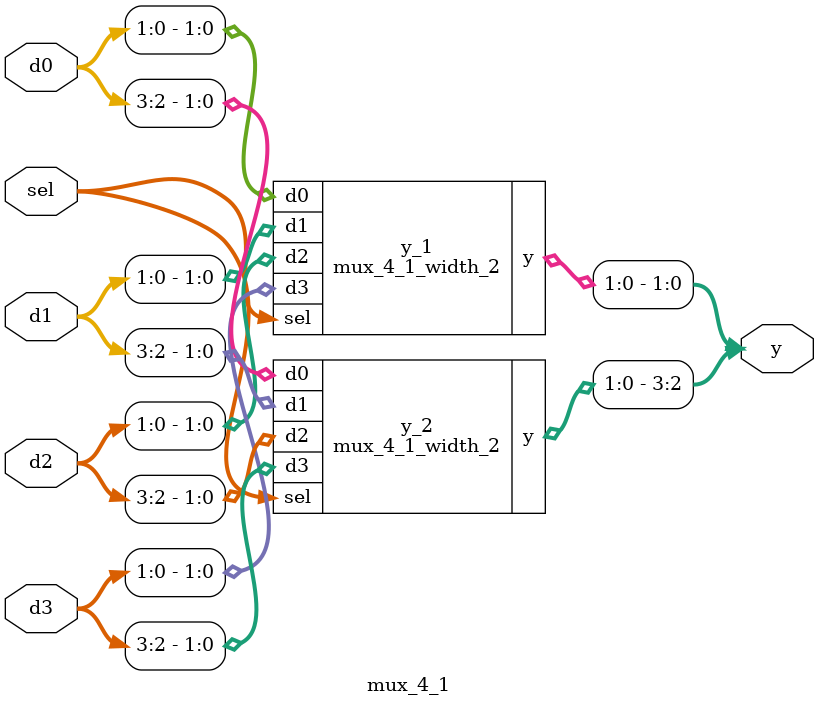
<source format=sv>

module mux_4_1_width_2
(
  input  [1:0] d0, d1, d2, d3,
  input  [1:0] sel,
  output [1:0] y
);

  assign y = sel [1] ? (sel [0] ? d3 : d2)
                     : (sel [0] ? d1 : d0);

endmodule

//----------------------------------------------------------------------------
// Task
//----------------------------------------------------------------------------

module mux_4_1
(
  input  [3:0] d0, d1, d2, d3,
  input  [1:0] sel,
  output [3:0] y
);

  // Task:
  // Implement mux_4_1 with 4-bit data
  // using two instances of mux_4_1_width_2 with 2-bit data

  mux_4_1_width_2 y_1
  (
    .sel(sel),
    .d0(d0[1:0]), .d1(d1[1:0]), .d2(d2[1:0]), .d3(d3[1:0]),
    .y(y[1:0])
  );

  mux_4_1_width_2 y_2
  (
    .sel(sel),
    .d0(d0[3:2]), .d1(d1[3:2]), .d2(d2[3:2]), .d3(d3[3:2]),
    .y(y[3:2])
  );

endmodule

</source>
